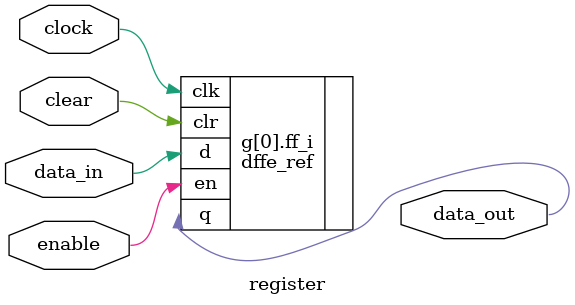
<source format=v>
module register #(parameter WIDTH = 1) (
    output [WIDTH-1:0] data_out,
    input  [WIDTH-1:0] data_in,
    input               clock,
    input               enable,
    input               clear
);
    genvar i;
    generate
        for (i = 0; i < WIDTH; i = i + 1) begin : g
            dffe_ref ff_i( .q (data_out[i]), .d (data_in[i]), .clk (clock), .en (enable), .clr (clear));
        end
    endgenerate
endmodule

</source>
